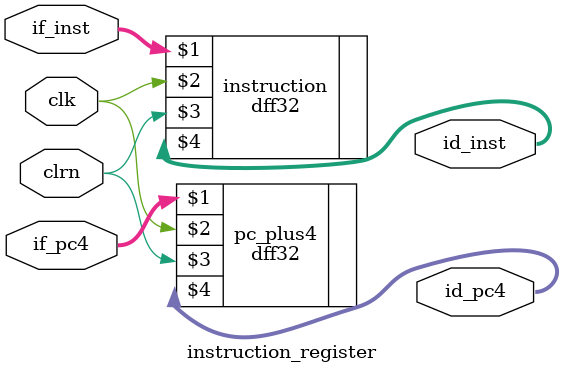
<source format=v>
`timescale 1ns / 1ps
module instruction_register(if_pc4,if_inst,clk,clrn,id_pc4,id_inst
    );
	 input [31:0] if_pc4, if_inst;
	 input clk, clrn;
	 output [31:0] id_pc4,id_inst;
	 
	 dff32 pc_plus4 (if_pc4,clk,clrn,id_pc4);		//pc+4¼Ä´æÆ÷
	 dff32 instruction (if_inst,clk,clrn,id_inst);		//Ö¸Áî¼Ä´æÆ÷

endmodule

</source>
